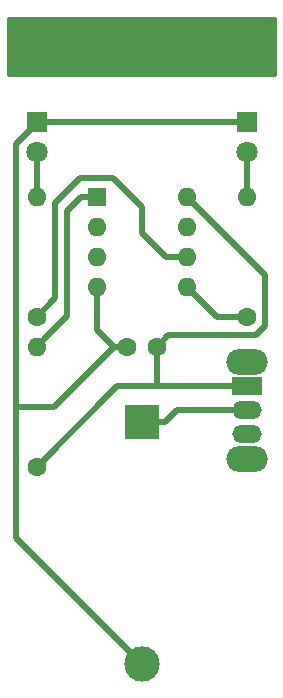
<source format=gbr>
G04 #@! TF.GenerationSoftware,KiCad,Pcbnew,(5.1.0)-1*
G04 #@! TF.CreationDate,2019-04-06T20:38:15-05:00*
G04 #@! TF.ProjectId,kicon19-blinky,6b69636f-6e31-4392-9d62-6c696e6b792e,rev?*
G04 #@! TF.SameCoordinates,Original*
G04 #@! TF.FileFunction,Copper,L2,Bot*
G04 #@! TF.FilePolarity,Positive*
%FSLAX46Y46*%
G04 Gerber Fmt 4.6, Leading zero omitted, Abs format (unit mm)*
G04 Created by KiCad (PCBNEW (5.1.0)-1) date 2019-04-06 20:38:15*
%MOMM*%
%LPD*%
G04 APERTURE LIST*
%ADD10O,1.600000X1.600000*%
%ADD11R,1.600000X1.600000*%
%ADD12O,3.500000X2.200000*%
%ADD13O,2.500000X1.500000*%
%ADD14R,2.500000X1.500000*%
%ADD15C,1.600000*%
%ADD16C,1.800000*%
%ADD17R,1.800000X1.800000*%
%ADD18R,3.000000X3.000000*%
%ADD19C,3.000000*%
%ADD20C,0.508000*%
%ADD21C,0.254000*%
G04 APERTURE END LIST*
D10*
X157480000Y-101600000D03*
X149860000Y-109220000D03*
X157480000Y-104140000D03*
X149860000Y-106680000D03*
X157480000Y-106680000D03*
X149860000Y-104140000D03*
X157480000Y-109220000D03*
D11*
X149860000Y-101600000D03*
D12*
X162560000Y-123770000D03*
X162560000Y-115570000D03*
D13*
X162560000Y-121670000D03*
X162560000Y-119670000D03*
D14*
X162560000Y-117670000D03*
D15*
X162560000Y-111760000D03*
D10*
X162560000Y-101600000D03*
X144780000Y-101600000D03*
D15*
X144780000Y-111760000D03*
D10*
X144780000Y-114300000D03*
D15*
X144780000Y-124460000D03*
D16*
X162560000Y-97790000D03*
D17*
X162560000Y-95250000D03*
D16*
X144780000Y-97790000D03*
D17*
X144780000Y-95250000D03*
D15*
X152440000Y-114300000D03*
X154940000Y-114300000D03*
D18*
X153670000Y-120650000D03*
D19*
X153670000Y-141140000D03*
D20*
X146188000Y-95250000D02*
X162560000Y-95250000D01*
X144780000Y-95250000D02*
X146188000Y-95250000D01*
X152170001Y-139640001D02*
X153670000Y-141140000D01*
X143002000Y-130472000D02*
X152170001Y-139640001D01*
X144780000Y-95250000D02*
X144780000Y-95330238D01*
X144780000Y-95330238D02*
X143002000Y-97108238D01*
X146228630Y-119380000D02*
X143002000Y-119380000D01*
X151308630Y-114300000D02*
X146228630Y-119380000D01*
X152440000Y-114300000D02*
X151308630Y-114300000D01*
X143002000Y-97108238D02*
X143002000Y-119380000D01*
X143002000Y-119380000D02*
X143002000Y-130472000D01*
X149860000Y-112851370D02*
X151308630Y-114300000D01*
X149860000Y-109220000D02*
X149860000Y-112851370D01*
X160802000Y-119670000D02*
X162560000Y-119670000D01*
X156658000Y-119670000D02*
X160802000Y-119670000D01*
X155678000Y-120650000D02*
X156658000Y-119670000D01*
X153670000Y-120650000D02*
X155678000Y-120650000D01*
X151570000Y-117670000D02*
X144780000Y-124460000D01*
X154940000Y-117602000D02*
X154872000Y-117670000D01*
X154940000Y-114300000D02*
X154940000Y-117602000D01*
X162560000Y-117670000D02*
X154872000Y-117670000D01*
X154872000Y-117670000D02*
X151570000Y-117670000D01*
X158279999Y-102399999D02*
X157480000Y-101600000D01*
X164122001Y-108242001D02*
X158279999Y-102399999D01*
X164122001Y-112509761D02*
X164122001Y-108242001D01*
X163309761Y-113322001D02*
X164122001Y-112509761D01*
X155917999Y-113322001D02*
X163309761Y-113322001D01*
X154940000Y-114300000D02*
X155917999Y-113322001D01*
X144780000Y-97790000D02*
X144780000Y-101600000D01*
X162560000Y-97790000D02*
X162560000Y-101600000D01*
X145579999Y-113500001D02*
X144780000Y-114300000D01*
X147358011Y-111721989D02*
X145579999Y-113500001D01*
X147358011Y-102793989D02*
X147358011Y-111721989D01*
X148552000Y-101600000D02*
X147358011Y-102793989D01*
X149860000Y-101600000D02*
X148552000Y-101600000D01*
X155702000Y-106680000D02*
X157480000Y-106680000D01*
X153670000Y-104648000D02*
X155702000Y-106680000D01*
X146342001Y-110197999D02*
X146342001Y-102146397D01*
X146342001Y-102146397D02*
X148450399Y-100037999D01*
X144780000Y-111760000D02*
X146342001Y-110197999D01*
X148450399Y-100037999D02*
X151269601Y-100037999D01*
X151269601Y-100037999D02*
X153670000Y-102438398D01*
X153670000Y-102438398D02*
X153670000Y-104648000D01*
X160020000Y-111760000D02*
X162560000Y-111760000D01*
X157480000Y-109220000D02*
X160020000Y-111760000D01*
D21*
G36*
X164973000Y-91313000D02*
G01*
X142367000Y-91313000D01*
X142367000Y-86487000D01*
X164973000Y-86487000D01*
X164973000Y-91313000D01*
X164973000Y-91313000D01*
G37*
X164973000Y-91313000D02*
X142367000Y-91313000D01*
X142367000Y-86487000D01*
X164973000Y-86487000D01*
X164973000Y-91313000D01*
M02*

</source>
